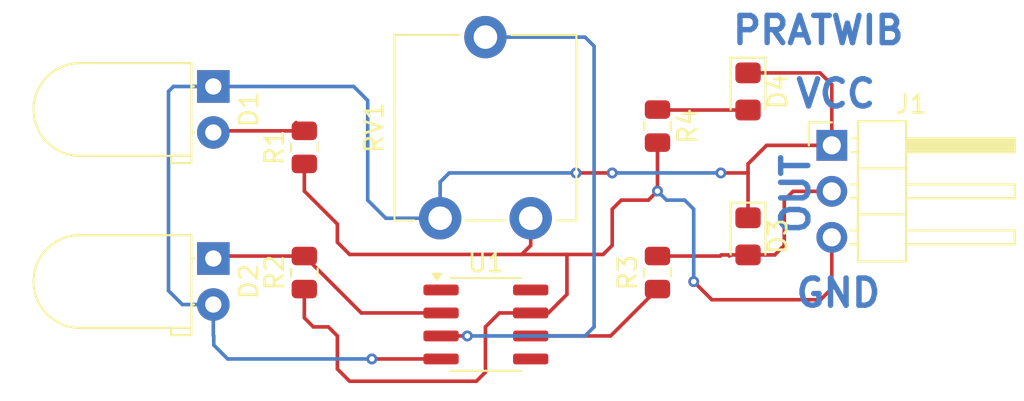
<source format=kicad_pcb>
(kicad_pcb (version 20240108) (generator "pcbnew") (generator_version "8.0")
  (layers (0 "F.Cu" signal) (31 "B.Cu" signal) (34 "B.Paste" user) (35 "F.Paste" user) (36 "B.SilkS" user "B.Silkscreen") (37 "F.SilkS" user "F.Silkscreen") (38 "B.Mask" user) (39 "F.Mask" user) (44 "Edge.Cuts" user))
  (net 0 "")
  (net 1 "Net-(J1-Pin_3)")
  (net 2 "Net-(D1-A)")
  (net 3 "Net-(D2-K)")
  (net 4 "Net-(D3-A)")
  (net 5 "Net-(R3-Pad1)")
  (net 6 "Net-(D4-A)")
  (net 7 "Net-(D1-K)")
  (net 8 "Net-(U1-+)")
  (footprint "LED_THT:LED_D5.0mm_Horizontal_O1.27mm_Z3.0mm" (layer "F.Cu") (at 123.475 101.725 -90)
    (property "Reference" "D1" (at 1.27 -1.96 90) (layer "F.SilkS"))
    (property "Value" "IR_LED")
    (fp_line (start 3.83 2.33) (end 3.83 1.21) (stroke (width 0.12)) (layer "F.SilkS"))
    (fp_line (start 4.23 2.33) (end 3.83 2.33) (stroke (width 0.12)) (layer "F.SilkS"))
    (fp_line (start -1.29 1.21) (end -1.29 7.37) (stroke (width 0.12)) (layer "F.SilkS"))
    (fp_line (start -1.29 1.21) (end 3.83 1.21) (stroke (width 0.12)) (layer "F.SilkS"))
    (fp_line (start 0 1.21) (end 0 1.21) (stroke (width 0.12)) (layer "F.SilkS"))
    (fp_line (start 0 1.21) (end 0 1.08) (stroke (width 0.12)) (layer "F.SilkS"))
    (fp_line (start 2.54 1.21) (end 2.54 1.21) (stroke (width 0.12)) (layer "F.SilkS"))
    (fp_line (start 2.54 1.21) (end 2.54 1.08) (stroke (width 0.12)) (layer "F.SilkS"))
    (fp_line (start 3.83 1.21) (end 3.83 7.37) (stroke (width 0.12)) (layer "F.SilkS"))
    (fp_line (start 3.83 1.21) (end 4.23 1.21) (stroke (width 0.12)) (layer "F.SilkS"))
    (fp_line (start 4.23 1.21) (end 4.23 2.33) (stroke (width 0.12)) (layer "F.SilkS"))
    (fp_line (start 0 1.08) (end 0 1.21) (stroke (width 0.12)) (layer "F.SilkS"))
    (fp_line (start 0 1.08) (end 0 1.08) (stroke (width 0.12)) (layer "F.SilkS"))
    (fp_line (start 2.54 1.08) (end 2.54 1.21) (stroke (width 0.12)) (layer "F.SilkS"))
    (fp_line (start 2.54 1.08) (end 2.54 1.08) (stroke (width 0.12)) (layer "F.SilkS"))
    (fp_arc (start 3.83 7.37) (mid 1.27 9.93) (end -1.29 7.37) (stroke (width 0.12)) (layer "F.SilkS"))
    (pad "1" thru_hole rect (at 0 0 270) (size 1.8 1.8) (drill 0.9) (layers "*.Cu" "*.Mask") (net 7 "Net-(D1-K)"))
    (pad "2" thru_hole circle (at 2.54 0 270) (size 1.8 1.8) (drill 0.9) (layers "*.Cu" "*.Mask") (net 2 "Net-(D1-A)"))
  )
  (footprint "LED_SMD:LED_0805_2012Metric_Pad1.15x1.40mm_HandSolder" (layer "F.Cu") (at 153 110 -90)
    (property "Reference" "D3" (at 0 -1.65 90) (layer "F.SilkS"))
    (property "Value" "DUT_LED")
    (fp_line (start -1.86 0.96) (end 1 0.96) (stroke (width 0.12)) (layer "F.SilkS"))
    (fp_line (start -1.86 -0.96) (end -1.86 0.96) (stroke (width 0.12)) (layer "F.SilkS"))
    (fp_line (start 1 -0.96) (end -1.86 -0.96) (stroke (width 0.12)) (layer "F.SilkS"))
    (pad "1" smd roundrect (at -1.025 0 270) (size 1.15 1.4) (layers "F.Cu" "F.Paste" "F.Mask") (roundrect_rratio 0.217391) (net 7 "Net-(D1-K)"))
    (pad "2" smd roundrect (at 1.025 0 270) (size 1.15 1.4) (layers "F.Cu" "F.Paste" "F.Mask") (roundrect_rratio 0.217391) (net 4 "Net-(D3-A)"))
  )
  (footprint "Resistor_SMD:R_0805_2012Metric" (layer "F.Cu") (at 148 112 90)
    (property "Reference" "R3" (at 0 -1.65 270) (layer "F.SilkS"))
    (property "Value" "100")
    (fp_line (start -0.227064 -0.735) (end 0.227064 -0.735) (stroke (width 0.12)) (layer "F.SilkS"))
    (fp_line (start -0.227064 0.735) (end 0.227064 0.735) (stroke (width 0.12)) (layer "F.SilkS"))
    (pad "1" smd roundrect (at -0.9125 0 90) (size 1.025 1.4) (layers "F.Cu" "F.Paste" "F.Mask") (roundrect_rratio 0.243902) (net 5 "Net-(R3-Pad1)"))
    (pad "2" smd roundrect (at 0.9125 0 90) (size 1.025 1.4) (layers "F.Cu" "F.Paste" "F.Mask") (roundrect_rratio 0.243902) (net 4 "Net-(D3-A)"))
  )
  (footprint "Package_SO:SOIC-8_3.9x4.9mm_P1.27mm" (layer "F.Cu") (at 138.525 114.865)
    (property "Reference" "U1" (at 0 -3.4 0) (layer "F.SilkS"))
    (property "Value" "LM741")
    (fp_line (start 0 -2.56) (end -1.95 -2.56) (stroke (width 0.12)) (layer "F.SilkS"))
    (fp_line (start 0 -2.56) (end 1.95 -2.56) (stroke (width 0.12)) (layer "F.SilkS"))
    (fp_line (start 0 2.56) (end -1.95 2.56) (stroke (width 0.12)) (layer "F.SilkS"))
    (fp_line (start 0 2.56) (end 1.95 2.56) (stroke (width 0.12)) (layer "F.SilkS"))
    (fp_poly (pts (xy -2.7 -2.465) (xy -2.94 -2.795) (xy -2.46 -2.795) (xy -2.7 -2.465)) (stroke (width 0.12)) (fill solid) (layer "F.SilkS"))
    (pad "1" smd roundrect (at -2.475 -1.905) (size 1.95 0.6) (layers "F.Cu" "F.Paste" "F.Mask"))
    (pad "2" smd roundrect (at -2.475 -0.635) (size 1.95 0.6) (layers "F.Cu" "F.Paste" "F.Mask") (net 3 "Net-(D2-K)"))
    (pad "3" smd roundrect (at -2.475 0.635) (size 1.95 0.6) (layers "F.Cu" "F.Paste" "F.Mask") (net 8 "Net-(U1-+)"))
    (pad "4" smd roundrect (at -2.475 1.905) (size 1.95 0.6) (layers "F.Cu" "F.Paste" "F.Mask") (net 7 "Net-(D1-K)"))
    (pad "5" smd roundrect (at 2.475 1.905) (size 1.95 0.6) (layers "F.Cu" "F.Paste" "F.Mask"))
    (pad "6" smd roundrect (at 2.475 0.635) (size 1.95 0.6) (layers "F.Cu" "F.Paste" "F.Mask") (net 5 "Net-(R3-Pad1)"))
    (pad "7" smd roundrect (at 2.475 -0.635) (size 1.95 0.6) (layers "F.Cu" "F.Paste" "F.Mask") (net 1 "Net-(J1-Pin_3)"))
    (pad "8" smd roundrect (at 2.475 -1.905) (size 1.95 0.6) (layers "F.Cu" "F.Paste" "F.Mask"))
  )
  (footprint "LED_THT:LED_D5.0mm_Horizontal_O1.27mm_Z3.0mm" (layer "F.Cu") (at 123.475 111.225 -90)
    (property "Reference" "D2" (at 1.27 -1.96 90) (layer "F.SilkS"))
    (property "Value" "D_Photo")
    (fp_line (start 3.83 2.33) (end 3.83 1.21) (stroke (width 0.12)) (layer "F.SilkS"))
    (fp_line (start 4.23 2.33) (end 3.83 2.33) (stroke (width 0.12)) (layer "F.SilkS"))
    (fp_line (start -1.29 1.21) (end -1.29 7.37) (stroke (width 0.12)) (layer "F.SilkS"))
    (fp_line (start -1.29 1.21) (end 3.83 1.21) (stroke (width 0.12)) (layer "F.SilkS"))
    (fp_line (start 0 1.21) (end 0 1.21) (stroke (width 0.12)) (layer "F.SilkS"))
    (fp_line (start 0 1.21) (end 0 1.08) (stroke (width 0.12)) (layer "F.SilkS"))
    (fp_line (start 2.54 1.21) (end 2.54 1.21) (stroke (width 0.12)) (layer "F.SilkS"))
    (fp_line (start 2.54 1.21) (end 2.54 1.08) (stroke (width 0.12)) (layer "F.SilkS"))
    (fp_line (start 3.83 1.21) (end 3.83 7.37) (stroke (width 0.12)) (layer "F.SilkS"))
    (fp_line (start 3.83 1.21) (end 4.23 1.21) (stroke (width 0.12)) (layer "F.SilkS"))
    (fp_line (start 4.23 1.21) (end 4.23 2.33) (stroke (width 0.12)) (layer "F.SilkS"))
    (fp_line (start 0 1.08) (end 0 1.21) (stroke (width 0.12)) (layer "F.SilkS"))
    (fp_line (start 0 1.08) (end 0 1.08) (stroke (width 0.12)) (layer "F.SilkS"))
    (fp_line (start 2.54 1.08) (end 2.54 1.21) (stroke (width 0.12)) (layer "F.SilkS"))
    (fp_line (start 2.54 1.08) (end 2.54 1.08) (stroke (width 0.12)) (layer "F.SilkS"))
    (fp_arc (start 3.83 7.37) (mid 1.27 9.93) (end -1.29 7.37) (stroke (width 0.12)) (layer "F.SilkS"))
    (pad "1" thru_hole rect (at 0 0 270) (size 1.8 1.8) (drill 0.9) (layers "*.Cu" "*.Mask") (net 3 "Net-(D2-K)"))
    (pad "2" thru_hole circle (at 2.54 0 270) (size 1.8 1.8) (drill 0.9) (layers "*.Cu" "*.Mask") (net 7 "Net-(D1-K)"))
  )
  (footprint "Resistor_SMD:R_0805_2012Metric" (layer "F.Cu") (at 128.5 112 90)
    (property "Reference" "R2" (at 0 -1.65 270) (layer "F.SilkS"))
    (property "Value" "330")
    (fp_line (start -0.227064 -0.735) (end 0.227064 -0.735) (stroke (width 0.12)) (layer "F.SilkS"))
    (fp_line (start -0.227064 0.735) (end 0.227064 0.735) (stroke (width 0.12)) (layer "F.SilkS"))
    (pad "1" smd roundrect (at -0.9125 0 90) (size 1.025 1.4) (layers "F.Cu" "F.Paste" "F.Mask") (roundrect_rratio 0.243902) (net 1 "Net-(J1-Pin_3)"))
    (pad "2" smd roundrect (at 0.9125 0 90) (size 1.025 1.4) (layers "F.Cu" "F.Paste" "F.Mask") (roundrect_rratio 0.243902) (net 3 "Net-(D2-K)"))
  )
  (footprint "Connector_PinHeader_2.54mm:PinHeader_1x03_P2.54mm_Horizontal" (layer "F.Cu") (at 157.625 104.975)
    (property "Reference" "J1" (at 4.385 -2.27 0) (layer "F.SilkS"))
    (property "Value" "Conn_01x03_Pin")
    (fp_line (start -1.27 -1.27) (end 0 -1.27) (stroke (width 0.12)) (layer "F.SilkS"))
    (fp_line (start -1.27 0) (end -1.27 -1.27) (stroke (width 0.12)) (layer "F.SilkS"))
    (fp_line (start 1.042929 2.16) (end 1.44 2.16) (stroke (width 0.12)) (layer "F.SilkS"))
    (fp_line (start 1.042929 2.92) (end 1.44 2.92) (stroke (width 0.12)) (layer "F.SilkS"))
    (fp_line (start 1.042929 4.7) (end 1.44 4.7) (stroke (width 0.12)) (layer "F.SilkS"))
    (fp_line (start 1.042929 5.46) (end 1.44 5.46) (stroke (width 0.12)) (layer "F.SilkS"))
    (fp_line (start 1.11 -0.38) (end 1.44 -0.38) (stroke (width 0.12)) (layer "F.SilkS"))
    (fp_line (start 1.11 0.38) (end 1.44 0.38) (stroke (width 0.12)) (layer "F.SilkS"))
    (fp_line (start 1.44 -1.33) (end 1.44 6.41) (stroke (width 0.12)) (layer "F.SilkS"))
    (fp_line (start 1.44 1.27) (end 4.1 1.27) (stroke (width 0.12)) (layer "F.SilkS"))
    (fp_line (start 1.44 3.81) (end 4.1 3.81) (stroke (width 0.12)) (layer "F.SilkS"))
    (fp_line (start 1.44 6.41) (end 4.1 6.41) (stroke (width 0.12)) (layer "F.SilkS"))
    (fp_line (start 4.1 -1.33) (end 1.44 -1.33) (stroke (width 0.12)) (layer "F.SilkS"))
    (fp_line (start 4.1 -0.38) (end 10.1 -0.38) (stroke (width 0.12)) (layer "F.SilkS"))
    (fp_line (start 4.1 -0.32) (end 10.1 -0.32) (stroke (width 0.12)) (layer "F.SilkS"))
    (fp_line (start 4.1 -0.2) (end 10.1 -0.2) (stroke (width 0.12)) (layer "F.SilkS"))
    (fp_line (start 4.1 -0.08) (end 10.1 -0.08) (stroke (width 0.12)) (layer "F.SilkS"))
    (fp_line (start 4.1 0.04) (end 10.1 0.04) (stroke (width 0.12)) (layer "F.SilkS"))
    (fp_line (start 4.1 0.16) (end 10.1 0.16) (stroke (width 0.12)) (layer "F.SilkS"))
    (fp_line (start 4.1 0.28) (end 10.1 0.28) (stroke (width 0.12)) (layer "F.SilkS"))
    (fp_line (start 4.1 2.16) (end 10.1 2.16) (stroke (width 0.12)) (layer "F.SilkS"))
    (fp_line (start 4.1 4.7) (end 10.1 4.7) (stroke (width 0.12)) (layer "F.SilkS"))
    (fp_line (start 4.1 6.41) (end 4.1 -1.33) (stroke (width 0.12)) (layer "F.SilkS"))
    (fp_line (start 10.1 -0.38) (end 10.1 0.38) (stroke (width 0.12)) (layer "F.SilkS"))
    (fp_line (start 10.1 0.38) (end 4.1 0.38) (stroke (width 0.12)) (layer "F.SilkS"))
    (fp_line (start 10.1 2.16) (end 10.1 2.92) (stroke (width 0.12)) (layer "F.SilkS"))
    (fp_line (start 10.1 2.92) (end 4.1 2.92) (stroke (width 0.12)) (layer "F.SilkS"))
    (fp_line (start 10.1 4.7) (end 10.1 5.46) (stroke (width 0.12)) (layer "F.SilkS"))
    (fp_line (start 10.1 5.46) (end 4.1 5.46) (stroke (width 0.12)) (layer "F.SilkS"))
    (pad "1" thru_hole rect (at 0 0) (size 1.7 1.7) (drill 1) (layers "*.Cu" "*.Mask") (net 7 "Net-(D1-K)"))
    (pad "2" thru_hole oval (at 0 2.54) (size 1.7 1.7) (drill 1) (layers "*.Cu" "*.Mask") (net 4 "Net-(D3-A)"))
    (pad "3" thru_hole oval (at 0 5.08) (size 1.7 1.7) (drill 1) (layers "*.Cu" "*.Mask") (net 1 "Net-(J1-Pin_3)"))
  )
  (footprint "Resistor_SMD:R_0805_2012Metric" (layer "F.Cu") (at 148 103.9125 -90)
    (property "Reference" "R4" (at 0 -1.65 90) (layer "F.SilkS"))
    (property "Value" "330")
    (fp_line (start -0.227064 0.735) (end 0.227064 0.735) (stroke (width 0.12)) (layer "F.SilkS"))
    (fp_line (start -0.227064 -0.735) (end 0.227064 -0.735) (stroke (width 0.12)) (layer "F.SilkS"))
    (pad "1" smd roundrect (at -0.9125 0 270) (size 1.025 1.4) (layers "F.Cu" "F.Paste" "F.Mask") (roundrect_rratio 0.243902) (net 6 "Net-(D4-A)"))
    (pad "2" smd roundrect (at 0.9125 0 270) (size 1.025 1.4) (layers "F.Cu" "F.Paste" "F.Mask") (roundrect_rratio 0.243902) (net 1 "Net-(J1-Pin_3)"))
  )
  (footprint "LED_SMD:LED_0805_2012Metric_Pad1.15x1.40mm_HandSolder" (layer "F.Cu") (at 153 102 -90)
    (property "Reference" "D4" (at 0 -1.65 90) (layer "F.SilkS"))
    (property "Value" "PWR_LED")
    (fp_line (start -1.86 0.96) (end 1 0.96) (stroke (width 0.12)) (layer "F.SilkS"))
    (fp_line (start -1.86 -0.96) (end -1.86 0.96) (stroke (width 0.12)) (layer "F.SilkS"))
    (fp_line (start 1 -0.96) (end -1.86 -0.96) (stroke (width 0.12)) (layer "F.SilkS"))
    (pad "1" smd roundrect (at -1.025 0 270) (size 1.15 1.4) (layers "F.Cu" "F.Paste" "F.Mask") (roundrect_rratio 0.217391) (net 7 "Net-(D1-K)"))
    (pad "2" smd roundrect (at 1.025 0 270) (size 1.15 1.4) (layers "F.Cu" "F.Paste" "F.Mask") (roundrect_rratio 0.217391) (net 6 "Net-(D4-A)"))
  )
  (footprint "Resistor_SMD:R_0805_2012Metric" (layer "F.Cu") (at 128.5 105.0875 90)
    (property "Reference" "R1" (at 0 -1.65 270) (layer "F.SilkS"))
    (property "Value" "330")
    (fp_line (start -0.227064 -0.735) (end 0.227064 -0.735) (stroke (width 0.12)) (layer "F.SilkS"))
    (fp_line (start -0.227064 0.735) (end 0.227064 0.735) (stroke (width 0.12)) (layer "F.SilkS"))
    (pad "1" smd roundrect (at -0.9125 0 90) (size 1.025 1.4) (layers "F.Cu" "F.Paste" "F.Mask") (roundrect_rratio 0.243902) (net 1 "Net-(J1-Pin_3)"))
    (pad "2" smd roundrect (at 0.9125 0 90) (size 1.025 1.4) (layers "F.Cu" "F.Paste" "F.Mask") (roundrect_rratio 0.243902) (net 2 "Net-(D1-A)"))
  )
  (footprint "Potentiometer_THT:Potentiometer_ACP_CA9-V10_Vertical_Hole" (layer "F.Cu") (at 141 109 90)
    (property "Reference" "RV1" (at 5 -8.65 270) (layer "F.SilkS"))
    (property "Value" "10k_POT")
    (fp_line (start 10.12 -7.521) (end 10.12 -3.925) (stroke (width 0.12)) (layer "F.SilkS"))
    (fp_line (start -0.12 -7.521) (end 10.12 -7.521) (stroke (width 0.12)) (layer "F.SilkS"))
    (fp_line (start -0.12 -7.521) (end -0.12 -6.426) (stroke (width 0.12)) (layer "F.SilkS"))
    (fp_line (start -0.12 -3.574) (end -0.12 -1.425) (stroke (width 0.12)) (layer "F.SilkS"))
    (fp_line (start 10.12 -1.075) (end 10.12 2.52) (stroke (width 0.12)) (layer "F.SilkS"))
    (fp_line (start -0.12 1.425) (end -0.12 2.52) (stroke (width 0.12)) (layer "F.SilkS"))
    (fp_line (start -0.12 2.52) (end 10.12 2.52) (stroke (width 0.12)) (layer "F.SilkS"))
    (pad "" np_thru_hole circle (at 5 -2.5 90) (size 4 4) (drill 4) (layers "*.Cu" "*.Mask"))
    (pad "1" thru_hole circle (at 0 0 90) (size 2.34 2.34) (drill 1.3) (layers "*.Cu" "*.Mask") (net 1 "Net-(J1-Pin_3)"))
    (pad "2" thru_hole circle (at 10 -2.5 90) (size 2.34 2.34) (drill 1.3) (layers "*.Cu" "*.Mask") (net 8 "Net-(U1-+)"))
    (pad "3" thru_hole circle (at 0 -5 90) (size 2.34 2.34) (drill 1.3) (layers "*.Cu" "*.Mask") (net 7 "Net-(D1-K)"))
  )
  (gr_text "GND" (at 155.5 114 0) (layer "B.Cu") (effects (font (size 1.5 1.5) (thickness 0.3) (bold yes)) (justify left bottom)))
  (gr_text "OUT" (at 156.5 110 90) (layer "B.Cu") (effects (font (size 1.5 1.5) (thickness 0.3) (bold yes)) (justify left bottom)))
  (gr_text "PRATWIB" (at 152 99.5 -0) (layer "B.Cu") (effects (font (size 1.5 1.5) (thickness 0.3) (bold yes)) (justify left bottom)))
  (gr_text "VCC" (at 155.5 103 0) (layer "B.Cu") (effects (font (size 1.5 1.5) (thickness 0.3) (bold yes)) (justify left bottom)))
  (segment (start 138.5 117.5) (end 138.5 115) (width 0.2) (layer "F.Cu") (net 1))
  (segment (start 128.5 107.5) (end 128.5 106) (width 0.2) (layer "F.Cu") (net 1))
  (segment (start 129.825 115) (end 129 115) (width 0.2) (layer "F.Cu") (net 1))
  (segment (start 157 113.5) (end 151 113.5) (width 0.2) (layer "F.Cu") (net 1))
  (segment (start 140.5 111) (end 131 111) (width 0.2) (layer "F.Cu") (net 1))
  (segment (start 157.625 112.875) (end 157 113.5) (width 0.2) (layer "F.Cu") (net 1))
  (segment (start 130.325 115.5) (end 130.325 117.325) (width 0.2) (layer "F.Cu") (net 1))
  (segment (start 129 115) (end 128.5 114.5) (width 0.2) (layer "F.Cu") (net 1))
  (segment (start 145.5 110.5) (end 145 111) (width 0.2) (layer "F.Cu") (net 1))
  (segment (start 141 114.23) (end 141.974999 114.23) (width 0.2) (layer "F.Cu") (net 1))
  (segment (start 146 108) (end 145.5 108.5) (width 0.2) (layer "F.Cu") (net 1))
  (segment (start 128.5 114.5) (end 128.5 112.9125) (width 0.2) (layer "F.Cu") (net 1))
  (segment (start 131 111) (end 130.325 110.325) (width 0.2) (layer "F.Cu") (net 1))
  (segment (start 138 118) (end 138.5 117.5) (width 0.2) (layer "F.Cu") (net 1))
  (segment (start 130.325 117.325) (end 131 118) (width 0.2) (layer "F.Cu") (net 1))
  (segment (start 140.5 111) (end 141 110.5) (width 0.2) (layer "F.Cu") (net 1))
  (segment (start 151 113.5) (end 150 112.5) (width 0.2) (layer "F.Cu") (net 1))
  (segment (start 148 107.5) (end 147.5 108) (width 0.2) (layer "F.Cu") (net 1))
  (segment (start 130.325 110.325) (end 130.325 109.325) (width 0.2) (layer "F.Cu") (net 1))
  (segment (start 131 118) (end 138 118) (width 0.2) (layer "F.Cu") (net 1))
  (segment (start 143 113.204999) (end 143 111) (width 0.2) (layer "F.Cu") (net 1))
  (segment (start 157.625 110.055) (end 157.625 112.875) (width 0.2) (layer "F.Cu") (net 1))
  (segment (start 138.5 115) (end 139.27 114.23) (width 0.2) (layer "F.Cu") (net 1))
  (segment (start 141 110.5) (end 141 109) (width 0.2) (layer "F.Cu") (net 1))
  (segment (start 143 111) (end 140.5 111) (width 0.2) (layer "F.Cu") (net 1))
  (segment (start 141.974999 114.23) (end 143 113.204999) (width 0.2) (layer "F.Cu") (net 1))
  (segment (start 145 111) (end 143 111) (width 0.2) (layer "F.Cu") (net 1))
  (segment (start 148 104.825) (end 148 107.5) (width 0.2) (layer "F.Cu") (net 1))
  (segment (start 130.325 115.5) (end 129.825 115) (width 0.2) (layer "F.Cu") (net 1))
  (segment (start 145.5 108.5) (end 145.5 110.5) (width 0.2) (layer "F.Cu") (net 1))
  (segment (start 139.27 114.23) (end 141 114.23) (width 0.2) (layer "F.Cu") (net 1))
  (segment (start 147.5 108) (end 146 108) (width 0.2) (layer "F.Cu") (net 1))
  (segment (start 130.325 109.325) (end 128.5 107.5) (width 0.2) (layer "F.Cu") (net 1))
  (via (at 148 107.5) (size 0.6) (drill 0.3) (layers "F.Cu" "B.Cu") (net 1))
  (via (at 150 112.5) (size 0.6) (drill 0.3) (layers "F.Cu" "B.Cu") (net 1))
  (segment (start 149.5 108) (end 148.5 108) (width 0.2) (layer "B.Cu") (net 1))
  (segment (start 150 112.5) (end 150 108.5) (width 0.2) (layer "B.Cu") (net 1))
  (segment (start 150 108.5) (end 149.5 108) (width 0.2) (layer "B.Cu") (net 1))
  (segment (start 148.5 108) (end 148 107.5) (width 0.2) (layer "B.Cu") (net 1))
  (segment (start 123.565 104.175) (end 123.475 104.265) (width 0.2) (layer "F.Cu") (net 2))
  (segment (start 128.5 104.175) (end 123.565 104.175) (width 0.2) (layer "F.Cu") (net 2))
  (segment (start 128.04 103.715) (end 128.5 104.175) (width 0.2) (layer "F.Cu") (net 2))
  (segment (start 131.6425 114.23) (end 128.5 111.0875) (width 0.2) (layer "F.Cu") (net 3))
  (segment (start 123.6125 111.0875) (end 123.475 111.225) (width 0.2) (layer "F.Cu") (net 3))
  (segment (start 128.5 111.0875) (end 123.6125 111.0875) (width 0.2) (layer "F.Cu") (net 3))
  (segment (start 136.05 114.23) (end 131.6425 114.23) (width 0.2) (layer "F.Cu") (net 3))
  (segment (start 128.725 110.8625) (end 128.5 111.0875) (width 0.2) (layer "F.Cu") (net 3))
  (segment (start 154.475 111.025) (end 153 111.025) (width 0.2) (layer "F.Cu") (net 4))
  (segment (start 155.485 107.515) (end 155 108) (width 0.2) (layer "F.Cu") (net 4))
  (segment (start 151.525 111.025) (end 151.4625 111.0875) (width 0.2) (layer "F.Cu") (net 4))
  (segment (start 152.025 111.025) (end 151.525 111.025) (width 0.2) (layer "F.Cu") (net 4))
  (segment (start 151.4625 111.0875) (end 148 111.0875) (width 0.2) (layer "F.Cu") (net 4))
  (segment (start 155 108) (end 155 110.5) (width 0.2) (layer "F.Cu") (net 4))
  (segment (start 155 110.5) (end 154.475 111.025) (width 0.2) (layer "F.Cu") (net 4))
  (segment (start 157.625 107.515) (end 155.485 107.515) (width 0.2) (layer "F.Cu") (net 4))
  (segment (start 153 111.025) (end 152.025 111.025) (width 0.2) (layer "F.Cu") (net 4))
  (segment (start 152.025 111.025) (end 151.9625 111.0875) (width 0.2) (layer "F.Cu") (net 4))
  (segment (start 145.4125 115.5) (end 148 112.9125) (width 0.2) (layer "F.Cu") (net 5))
  (segment (start 145.4125 115.5) (end 141 115.5) (width 0.2) (layer "F.Cu") (net 5))
  (segment (start 153 103.025) (end 148.025 103.025) (width 0.2) (layer "F.Cu") (net 6))
  (segment (start 148.025 103.025) (end 148 103) (width 0.2) (layer "F.Cu") (net 6))
  (segment (start 157.625 104.975) (end 154.025 104.975) (width 0.2) (layer "F.Cu") (net 7))
  (segment (start 156.975 100.975) (end 157.625 101.625) (width 0.2) (layer "F.Cu") (net 7))
  (segment (start 153 106.5) (end 153 108.975) (width 0.2) (layer "F.Cu") (net 7))
  (segment (start 136.05 116.77) (end 132.23 116.77) (width 0.2) (layer "F.Cu") (net 7))
  (segment (start 153 100.975) (end 156.975 100.975) (width 0.2) (layer "F.Cu") (net 7))
  (segment (start 154.025 104.975) (end 153 106) (width 0.2) (layer "F.Cu") (net 7))
  (segment (start 157.625 101.625) (end 157.625 104.975) (width 0.2) (layer "F.Cu") (net 7))
  (segment (start 143.5 106.5) (end 145.5 106.5) (width 0.2) (layer "F.Cu") (net 7))
  (segment (start 151.5 106.5) (end 153 106.5) (width 0.2) (layer "F.Cu") (net 7))
  (segment (start 153 106) (end 153 106.5) (width 0.2) (layer "F.Cu") (net 7))
  (via (at 151.5 106.5) (size 0.6) (drill 0.3) (layers "F.Cu" "B.Cu") (net 7))
  (via (at 145.5 106.5) (size 0.6) (drill 0.3) (layers "F.Cu" "B.Cu") (net 7))
  (via (at 132.23 116.77) (size 0.6) (drill 0.3) (layers "F.Cu" "B.Cu") (net 7))
  (via (at 143.5 106.5) (size 0.6) (drill 0.3) (layers "F.Cu" "B.Cu") (net 7))
  (segment (start 123.5 115.5) (end 123.475 115.475) (width 0.2) (layer "B.Cu") (net 7))
  (segment (start 123.475 115.475) (end 123.475 113.765) (width 0.2) (layer "B.Cu") (net 7))
  (segment (start 121 102) (end 121 113) (width 0.2) (layer "B.Cu") (net 7))
  (segment (start 132 102.5) (end 132 108) (width 0.2) (layer "B.Cu") (net 7))
  (segment (start 136 107) (end 136.5 106.5) (width 0.2) (layer "B.Cu") (net 7))
  (segment (start 123.475 101.725) (end 131.225 101.725) (width 0.2) (layer "B.Cu") (net 7))
  (segment (start 136 109) (end 136 107) (width 0.2) (layer "B.Cu") (net 7))
  (segment (start 131.225 101.725) (end 132 102.5) (width 0.2) (layer "B.Cu") (net 7))
  (segment (start 121.275 101.725) (end 121 102) (width 0.2) (layer "B.Cu") (net 7))
  (segment (start 132.23 116.77) (end 124.27 116.77) (width 0.2) (layer "B.Cu") (net 7))
  (segment (start 123.475 101.725) (end 121.275 101.725) (width 0.2) (layer "B.Cu") (net 7))
  (segment (start 132 108) (end 133 109) (width 0.2) (layer "B.Cu") (net 7))
  (segment (start 121.765 113.765) (end 123.475 113.765) (width 0.2) (layer "B.Cu") (net 7))
  (segment (start 145.5 106.5) (end 151.5 106.5) (width 0.2) (layer "B.Cu") (net 7))
  (segment (start 136.5 106.5) (end 143.5 106.5) (width 0.2) (layer "B.Cu") (net 7))
  (segment (start 124.27 116.77) (end 123.5 116) (width 0.2) (layer "B.Cu") (net 7))
  (segment (start 133 109) (end 136 109) (width 0.2) (layer "B.Cu") (net 7))
  (segment (start 121 113) (end 121.765 113.765) (width 0.2) (layer "B.Cu") (net 7))
  (segment (start 123.5 116) (end 123.5 115.5) (width 0.2) (layer "B.Cu") (net 7))
  (segment (start 136.05 115.5) (end 137.5 115.5) (width 0.2) (layer "F.Cu") (net 8))
  (via (at 137.5 115.5) (size 0.6) (drill 0.3) (layers "F.Cu" "B.Cu") (net 8))
  (segment (start 144 115.5) (end 144.5 115) (width 0.2) (layer "B.Cu") (net 8))
  (segment (start 137.5 115.5) (end 144 115.5) (width 0.2) (layer "B.Cu") (net 8))
  (segment (start 144.5 99.5) (end 144 99) (width 0.2) (layer "B.Cu") (net 8))
  (segment (start 144 99) (end 138.5 99) (width 0.2) (layer "B.Cu") (net 8))
  (segment (start 144.5 115) (end 144.5 99.5) (width 0.2) (layer "B.Cu") (net 8))
)
</source>
